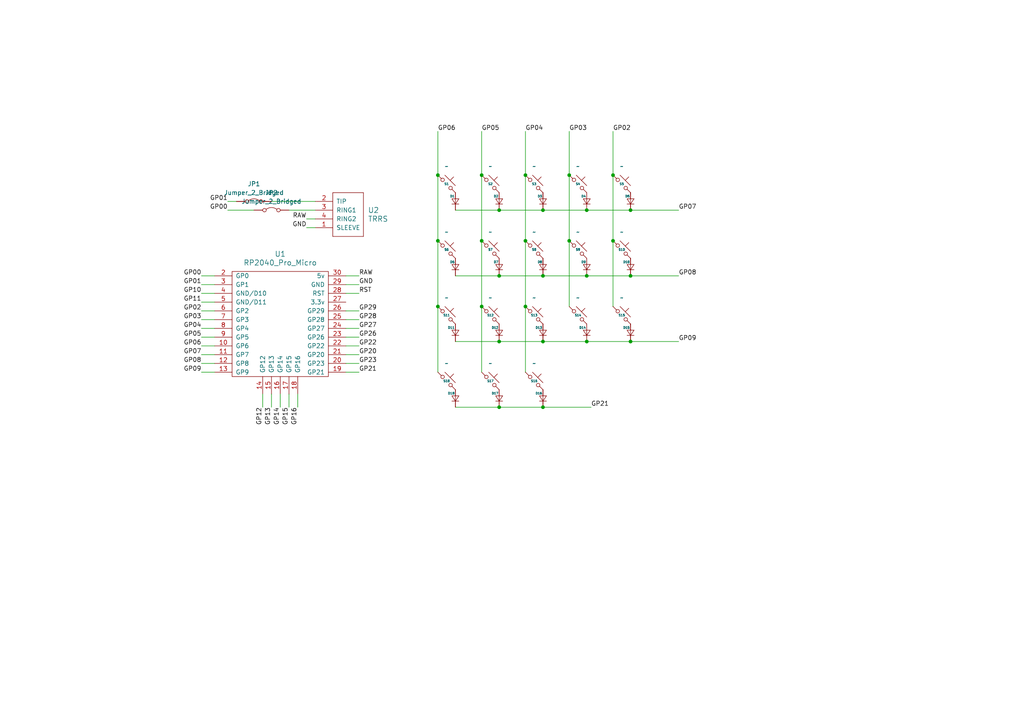
<source format=kicad_sch>
(kicad_sch (version 20250114) (generator "eeschema") (generator_version "9.0")
  (paper "A4")
  (lib_symbols
    (symbol "Jumper:Jumper_2_Bridged" (pin_numbers (hide yes)) (pin_names (offset 0) (hide yes))
      (property "Reference" "JP" (at 0 1.905 0))
      (property "Value" "Jumper_2_Bridged" (at 0 -2.54 0))
      (symbol "Jumper_2_Bridged_0_0"
        (circle (center -2.032 0) (radius 0.508))
        (circle (center 2.032 0) (radius 0.508))
      )
      (symbol "Jumper_2_Bridged_0_1"
        (arc (start -1.524 0.254) (mid 0 0.762) (end 1.524 0.254))
      )
      (symbol "Jumper_2_Bridged_1_1"
        (pin passive line (at -5.08 0 0) (length 2.54) (name "A") (number "1"))
        (pin passive line (at 5.08 0 180) (length 2.54) (name "B") (number "2"))
      )
    )
    (symbol "ScottoKeebs:MCU_RP2040_Pro_Micro" (pin_names (offset 1.016))
      (property "Reference" "U" (at 0 0 0))
      (property "Value" "RP2040_Pro_Micro" (at 0 -27.686 0))
      (symbol "MCU_RP2040_Pro_Micro_0_1"
        (rectangle (start -13.97 13.97) (end 13.97 -16.51))
      )
      (symbol "MCU_RP2040_Pro_Micro_1_1"
        (pin input line (at -19.05 12.7 0) (length 5.08) (name "GP0") (number "2"))
        (pin input line (at -19.05 10.16 0) (length 5.08) (name "GP1") (number "3"))
        (pin input line (at -19.05 7.62 0) (length 5.08) (name "GND/D10") (number "4"))
        (pin input line (at -19.05 5.08 0) (length 5.08) (name "GND/D11") (number "5"))
        (pin input line (at -19.05 2.54 0) (length 5.08) (name "GP2") (number "6"))
        (pin input line (at -19.05 0 0) (length 5.08) (name "GP3") (number "7"))
        (pin input line (at -19.05 -2.54 0) (length 5.08) (name "GP4") (number "8"))
        (pin input line (at -19.05 -5.08 0) (length 5.08) (name "GP5") (number "9"))
        (pin input line (at -19.05 -7.62 0) (length 5.08) (name "GP6") (number "10"))
        (pin input line (at -19.05 -10.16 0) (length 5.08) (name "GP7") (number "11"))
        (pin input line (at -19.05 -12.7 0) (length 5.08) (name "GP8") (number "12"))
        (pin input line (at -19.05 -15.24 0) (length 5.08) (name "GP9") (number "13"))
        (pin input line (at -5.08 -21.59 90) (length 5.08) (name "GP12") (number "14"))
        (pin input line (at -2.54 -21.59 90) (length 5.08) (name "GP13") (number "15"))
        (pin input line (at 0 -21.59 90) (length 5.08) (name "GP14") (number "16"))
        (pin input line (at 2.54 -21.59 90) (length 5.08) (name "GP15") (number "17"))
        (pin input line (at 5.08 -21.59 90) (length 5.08) (name "GP16") (number "18"))
        (pin input line (at 19.05 12.7 180) (length 5.08) (name "5v") (number "30"))
        (pin input line (at 19.05 10.16 180) (length 5.08) (name "GND") (number "29"))
        (pin input line (at 19.05 7.62 180) (length 5.08) (name "RST") (number "28"))
        (pin input line (at 19.05 5.08 180) (length 5.08) (name "3.3v") (number "27"))
        (pin input line (at 19.05 2.54 180) (length 5.08) (name "GP29") (number "26"))
        (pin input line (at 19.05 0 180) (length 5.08) (name "GP28") (number "25"))
        (pin input line (at 19.05 -2.54 180) (length 5.08) (name "GP27") (number "24"))
        (pin input line (at 19.05 -5.08 180) (length 5.08) (name "GP26") (number "23"))
        (pin input line (at 19.05 -7.62 180) (length 5.08) (name "GP22") (number "22"))
        (pin input line (at 19.05 -10.16 180) (length 5.08) (name "GP20") (number "21"))
        (pin input line (at 19.05 -12.7 180) (length 5.08) (name "GP23") (number "20"))
        (pin input line (at 19.05 -15.24 180) (length 5.08) (name "GP21") (number "19"))
      )
    )
    (symbol "ScottoKeebs:Placeholder_Diode" (pin_numbers (hide yes)) (pin_names (hide yes))
      (property "Reference" "D" (at -0.15 1.066 0))
      (symbol "Placeholder_Diode_0_1"
        (polyline (pts (xy 0 -0.762) (xy 0 0.762)))
      )
      (symbol "Placeholder_Diode_1_1"
        (polyline (pts (xy 1.016 0.762) (xy 0 -0.762) (xy -1.016 0.762) (xy 1.016 0.762)) (stroke (width 0.1524)))
        (polyline (pts (xy 1.016 -0.762) (xy -1.016 -0.762)) (stroke (width 0.1524)))
        (pin passive line (at 0 2.54 270) (length 1.778) (name "A") (number "2"))
        (pin passive line (at 0 -2.54 90) (length 1.778) (name "K") (number "1"))
      )
    )
    (symbol "ScottoKeebs:Placeholder_Keyswitch" (pin_numbers (hide yes)) (pin_names (offset 1.016) (hide yes))
      (property "Reference" "S" (at 0 0 0))
      (symbol "Placeholder_Keyswitch_0_1"
        (polyline (pts (xy -2.54 2.54) (xy -1.524 1.524) (xy -1.524 1.524)))
        (circle (center -1.1684 1.1684) (radius 0.508))
        (polyline (pts (xy -0.508 2.54) (xy 2.54 -0.508)))
        (polyline (pts (xy 1.016 1.016) (xy 2.032 2.032)))
        (circle (center 1.143 -1.1938) (radius 0.508))
        (polyline (pts (xy 1.524 -1.524) (xy 2.54 -2.54) (xy 2.54 -2.54) (xy 2.54 -2.54)))
        (pin passive line (at -2.54 2.54 0) (length 0) (name "1") (number "1"))
        (pin passive line (at 2.54 -2.54 180) (length 0) (name "2") (number "2"))
      )
    )
    (symbol "ScottoKeebs:Placeholder_TRRS" (pin_names (offset 1.016))
      (property "Reference" "U" (at 0 15.24 0))
      (property "Value" "TRRS" (at 0 -2.54 0))
      (symbol "Placeholder_TRRS_0_1"
        (rectangle (start -3.81 12.7) (end 5.08 12.7))
        (rectangle (start -3.81 0) (end -3.81 12.7))
        (rectangle (start -3.81 0) (end 5.08 0))
        (rectangle (start 5.08 12.7) (end 5.08 0))
      )
      (symbol "Placeholder_TRRS_1_1"
        (pin input line (at -8.89 10.16 0) (length 5.08) (name "TIP") (number "2"))
        (pin input line (at -8.89 7.62 0) (length 5.08) (name "RING1") (number "3"))
        (pin input line (at -8.89 5.08 0) (length 5.08) (name "RING2") (number "4"))
        (pin input line (at -8.89 2.54 0) (length 5.08) (name "SLEEVE") (number "1"))
      )
    )
  )
  (junction (at 157.48 118.11))
  (junction (at 152.4 88.9))
  (junction (at 177.8 69.85))
  (junction (at 127 88.9))
  (junction (at 144.78 80.01))
  (junction (at 165.1 69.85))
  (junction (at 152.4 69.85))
  (junction (at 139.7 50.8))
  (junction (at 139.7 88.9))
  (junction (at 182.88 80.01))
  (junction (at 152.4 50.8))
  (junction (at 157.48 99.06))
  (junction (at 165.1 50.8))
  (junction (at 170.18 99.06))
  (junction (at 170.18 60.96))
  (junction (at 127 50.8))
  (junction (at 157.48 80.01))
  (junction (at 157.48 60.96))
  (junction (at 182.88 60.96))
  (junction (at 177.8 50.8))
  (junction (at 144.78 60.96))
  (junction (at 144.78 118.11))
  (junction (at 144.78 99.06))
  (junction (at 139.7 69.85))
  (junction (at 182.88 99.06))
  (junction (at 170.18 80.01))
  (junction (at 127 69.85))
  (wire (pts (xy 62.23 87.63) (xy 58.42 87.63)))
  (wire (pts (xy 127 69.85) (xy 127 88.9)))
  (wire (pts (xy 144.78 99.06) (xy 157.48 99.06)))
  (wire (pts (xy 177.8 38.1) (xy 177.8 50.8)))
  (wire (pts (xy 182.88 99.06) (xy 196.85 99.06)))
  (wire (pts (xy 132.08 80.01) (xy 144.78 80.01)))
  (wire (pts (xy 144.78 60.96) (xy 157.48 60.96)))
  (wire (pts (xy 62.23 90.17) (xy 58.42 90.17)))
  (wire (pts (xy 66.04 58.42) (xy 68.58 58.42)))
  (wire (pts (xy 100.33 97.79) (xy 104.14 97.79)))
  (wire (pts (xy 152.4 50.8) (xy 152.4 69.85)))
  (wire (pts (xy 157.48 60.96) (xy 170.18 60.96)))
  (wire (pts (xy 62.23 107.95) (xy 58.42 107.95)))
  (wire (pts (xy 132.08 118.11) (xy 144.78 118.11)))
  (wire (pts (xy 170.18 60.96) (xy 182.88 60.96)))
  (wire (pts (xy 165.1 50.8) (xy 165.1 69.85)))
  (wire (pts (xy 177.8 50.8) (xy 177.8 69.85)))
  (wire (pts (xy 100.33 100.33) (xy 104.14 100.33)))
  (wire (pts (xy 86.36 114.3) (xy 86.36 118.11)))
  (wire (pts (xy 139.7 69.85) (xy 139.7 88.9)))
  (wire (pts (xy 170.18 80.01) (xy 182.88 80.01)))
  (wire (pts (xy 78.74 114.3) (xy 78.74 118.11)))
  (wire (pts (xy 100.33 102.87) (xy 104.14 102.87)))
  (wire (pts (xy 83.82 114.3) (xy 83.82 118.11)))
  (wire (pts (xy 76.2 114.3) (xy 76.2 118.11)))
  (wire (pts (xy 66.04 60.96) (xy 73.66 60.96)))
  (wire (pts (xy 62.23 95.25) (xy 58.42 95.25)))
  (wire (pts (xy 139.7 88.9) (xy 139.7 107.95)))
  (wire (pts (xy 152.4 88.9) (xy 152.4 107.95)))
  (wire (pts (xy 62.23 100.33) (xy 58.42 100.33)))
  (wire (pts (xy 81.28 114.3) (xy 81.28 118.11)))
  (wire (pts (xy 157.48 118.11) (xy 171.45 118.11)))
  (wire (pts (xy 100.33 85.09) (xy 104.14 85.09)))
  (wire (pts (xy 100.33 90.17) (xy 104.14 90.17)))
  (wire (pts (xy 127 38.1) (xy 127 50.8)))
  (wire (pts (xy 88.9 66.04) (xy 91.44 66.04)))
  (wire (pts (xy 157.48 99.06) (xy 170.18 99.06)))
  (wire (pts (xy 152.4 69.85) (xy 152.4 88.9)))
  (wire (pts (xy 182.88 60.96) (xy 196.85 60.96)))
  (wire (pts (xy 139.7 38.1) (xy 139.7 50.8)))
  (wire (pts (xy 170.18 99.06) (xy 182.88 99.06)))
  (wire (pts (xy 62.23 105.41) (xy 58.42 105.41)))
  (wire (pts (xy 132.08 99.06) (xy 144.78 99.06)))
  (wire (pts (xy 104.14 80.01) (xy 100.33 80.01)))
  (wire (pts (xy 62.23 85.09) (xy 58.42 85.09)))
  (wire (pts (xy 62.23 97.79) (xy 58.42 97.79)))
  (wire (pts (xy 165.1 69.85) (xy 165.1 88.9)))
  (wire (pts (xy 144.78 118.11) (xy 157.48 118.11)))
  (wire (pts (xy 100.33 105.41) (xy 104.14 105.41)))
  (wire (pts (xy 62.23 92.71) (xy 58.42 92.71)))
  (wire (pts (xy 62.23 102.87) (xy 58.42 102.87)))
  (wire (pts (xy 78.74 58.42) (xy 91.44 58.42)))
  (wire (pts (xy 88.9 63.5) (xy 91.44 63.5)))
  (wire (pts (xy 182.88 80.01) (xy 196.85 80.01)))
  (wire (pts (xy 83.82 60.96) (xy 91.44 60.96)))
  (wire (pts (xy 177.8 69.85) (xy 177.8 88.9)))
  (wire (pts (xy 100.33 95.25) (xy 104.14 95.25)))
  (wire (pts (xy 127 50.8) (xy 127 69.85)))
  (wire (pts (xy 62.23 80.01) (xy 58.42 80.01)))
  (wire (pts (xy 100.33 107.95) (xy 104.14 107.95)))
  (wire (pts (xy 144.78 80.01) (xy 157.48 80.01)))
  (wire (pts (xy 157.48 80.01) (xy 170.18 80.01)))
  (wire (pts (xy 152.4 38.1) (xy 152.4 50.8)))
  (wire (pts (xy 127 88.9) (xy 127 107.95)))
  (wire (pts (xy 165.1 38.1) (xy 165.1 50.8)))
  (wire (pts (xy 100.33 92.71) (xy 104.14 92.71)))
  (wire (pts (xy 100.33 82.55) (xy 104.14 82.55)))
  (wire (pts (xy 139.7 50.8) (xy 139.7 69.85)))
  (wire (pts (xy 132.08 60.96) (xy 144.78 60.96)))
  (wire (pts (xy 62.23 82.55) (xy 58.42 82.55)))
  (label "GP08" (at 58.42 105.41 180))
  (label "GP11" (at 58.42 87.63 180))
  (label "RAW" (at 88.9 63.5 180))
  (label "GP05" (at 58.42 97.79 180))
  (label "GP13" (at 78.74 118.11 270))
  (label "GP23" (at 104.14 105.41 0))
  (label "GP02" (at 177.8 38.1 0))
  (label "GP07" (at 196.85 60.96 0))
  (label "GP21" (at 104.14 107.95 0))
  (label "RAW" (at 104.14 80.01 0))
  (label "GP07" (at 58.42 102.87 180))
  (label "GP08" (at 196.85 80.01 0))
  (label "GP09" (at 196.85 99.06 0))
  (label "GP15" (at 83.82 118.11 270))
  (label "GP03" (at 165.1 38.1 0))
  (label "GP20" (at 104.14 102.87 0))
  (label "GP05" (at 139.7 38.1 0))
  (label "GP02" (at 58.42 90.17 180))
  (label "GP10" (at 58.42 85.09 180))
  (label "GP03" (at 58.42 92.71 180))
  (label "GP01" (at 66.04 58.42 180))
  (label "GP01" (at 58.42 82.55 180))
  (label "GP06" (at 58.42 100.33 180))
  (label "RST" (at 104.14 85.09 0))
  (label "GND" (at 104.14 82.55 0))
  (label "GP09" (at 58.42 107.95 180))
  (label "GND" (at 88.9 66.04 180))
  (label "GP26" (at 104.14 97.79 0))
  (label "GP12" (at 76.2 118.11 270))
  (label "GP04" (at 58.42 95.25 180))
  (label "GP16" (at 86.36 118.11 270))
  (label "GP06" (at 127 38.1 0))
  (label "GP29" (at 104.14 90.17 0))
  (label "GP27" (at 104.14 95.25 0))
  (label "GP21" (at 171.45 118.11 0))
  (label "GP14" (at 81.28 118.11 270))
  (label "GP00" (at 58.42 80.01 180))
  (label "GP28" (at 104.14 92.71 0))
  (label "GP00" (at 66.04 60.96 180))
  (label "GP22" (at 104.14 100.33 0))
  (label "GP04" (at 152.4 38.1 0))
  (symbol (lib_id "Jumper:Jumper_2_Bridged") (at 78.74 60.96 0) (unit 1)
    (property "Reference" "JP2" (at 78.74 55.88 0))
    (property "Value" "Jumper_2_Bridged" (at 78.74 58.42 0))
    (property "Footprint" "ScottoKeebs_Components:SolderJumper-2_P1.3mm_Bridged_Pad1.0x1.5mm-tighter_courtyard" (effects (hide yes)))
    (property "Description" "Jumper, 2-pole, closed/bridged" (effects (hide yes)))
  )
  (symbol (lib_id "ScottoKeebs:Placeholder_Diode") (at 144.78 58.42 0) (unit 1)
    (property "Reference" "D2" (at 144.63 57.354 0) (effects (font (size 0.635 0.635) (thickness 0.127) (bold yes)) (justify right bottom)))
    (property "Footprint" "ScottoKeebs_Components:Diode_DO-35" (effects (hide yes)))
  )
  (symbol (lib_id "ScottoKeebs:Placeholder_Keyswitch") (at 154.94 53.34 0) (unit 1)
    (property "Reference" "S3" (at 154.94 53.34 0) (effects (font (size 0.635 0.635) (thickness 0.127) (bold yes))))
    (property "Value" "~" (at 154.94 48.26 0))
    (property "Footprint" "ScottoKeebs_Scotto:Choc_Hotswap_1.00u" (effects (hide yes)))
  )
  (symbol (lib_id "ScottoKeebs:Placeholder_Keyswitch") (at 154.94 91.44 0) (unit 1)
    (property "Reference" "S13" (at 154.94 91.44 0) (effects (font (size 0.635 0.635) (thickness 0.127) (bold yes))))
    (property "Value" "~" (at 154.94 86.36 0))
    (property "Footprint" "ScottoKeebs_Scotto:Choc_Hotswap_1.00u" (effects (hide yes)))
  )
  (symbol (lib_id "ScottoKeebs:Placeholder_Keyswitch") (at 142.24 110.49 0) (unit 1)
    (property "Reference" "S17" (at 142.24 110.49 0) (effects (font (size 0.635 0.635) (thickness 0.127) (bold yes))))
    (property "Value" "~" (at 142.24 105.41 0))
    (property "Footprint" "ScottoKeebs_Scotto:Choc_Hotswap_1.00u" (effects (hide yes)))
  )
  (symbol (lib_id "ScottoKeebs:Placeholder_Diode") (at 170.18 96.52 0) (unit 1)
    (property "Reference" "D14" (at 170.03 95.454 0) (effects (font (size 0.635 0.635) (thickness 0.127) (bold yes)) (justify right bottom)))
    (property "Footprint" "ScottoKeebs_Components:Diode_DO-35" (effects (hide yes)))
  )
  (symbol (lib_id "ScottoKeebs:Placeholder_Diode") (at 157.48 115.57 0) (unit 1)
    (property "Reference" "D16" (at 157.33 114.504 0) (effects (font (size 0.635 0.635) (thickness 0.127) (bold yes)) (justify right bottom)))
    (property "Footprint" "ScottoKeebs_Components:Diode_DO-35" (effects (hide yes)))
  )
  (symbol (lib_id "ScottoKeebs:Placeholder_Diode") (at 132.08 77.47 0) (unit 1)
    (property "Reference" "D6" (at 131.93 76.404 0) (effects (font (size 0.635 0.635) (thickness 0.127) (bold yes)) (justify right bottom)))
    (property "Footprint" "ScottoKeebs_Components:Diode_DO-35" (effects (hide yes)))
  )
  (symbol (lib_id "ScottoKeebs:Placeholder_Keyswitch") (at 142.24 72.39 0) (unit 1)
    (property "Reference" "S7" (at 142.24 72.39 0) (effects (font (size 0.635 0.635) (thickness 0.127) (bold yes))))
    (property "Value" "~" (at 142.24 67.31 0))
    (property "Footprint" "ScottoKeebs_Scotto:Choc_Hotswap_1.00u" (effects (hide yes)))
  )
  (symbol (lib_id "ScottoKeebs:MCU_RP2040_Pro_Micro") (at 81.28 92.71 0) (unit 1)
    (property "Reference" "U1" (at 81.28 73.66 0) (effects (font (size 1.524 1.524))))
    (property "Value" "RP2040_Pro_Micro" (at 81.28 76.2 0) (effects (font (size 1.524 1.524))))
    (property "Footprint" "ScottoKeebs_MCU:RP2040_Pro_Micro" (effects (hide yes)))
  )
  (symbol (lib_id "ScottoKeebs:Placeholder_Diode") (at 182.88 58.42 0) (unit 1)
    (property "Reference" "D5" (at 182.73 57.354 0) (effects (font (size 0.635 0.635) (thickness 0.127) (bold yes)) (justify right bottom)))
    (property "Footprint" "ScottoKeebs_Components:Diode_DO-35" (effects (hide yes)))
  )
  (symbol (lib_id "ScottoKeebs:Placeholder_Diode") (at 170.18 58.42 0) (unit 1)
    (property "Reference" "D4" (at 170.03 57.354 0) (effects (font (size 0.635 0.635) (thickness 0.127) (bold yes)) (justify right bottom)))
    (property "Footprint" "ScottoKeebs_Components:Diode_DO-35" (effects (hide yes)))
  )
  (symbol (lib_id "ScottoKeebs:Placeholder_Keyswitch") (at 129.54 72.39 0) (unit 1)
    (property "Reference" "S6" (at 129.54 72.39 0) (effects (font (size 0.635 0.635) (thickness 0.127) (bold yes))))
    (property "Value" "~" (at 129.54 67.31 0))
    (property "Footprint" "ScottoKeebs_Scotto:Choc_Hotswap_1.00u" (effects (hide yes)))
  )
  (symbol (lib_id "ScottoKeebs:Placeholder_Keyswitch") (at 142.24 91.44 0) (unit 1)
    (property "Reference" "S12" (at 142.24 91.44 0) (effects (font (size 0.635 0.635) (thickness 0.127) (bold yes))))
    (property "Value" "~" (at 142.24 86.36 0))
    (property "Footprint" "ScottoKeebs_Scotto:Choc_Hotswap_1.00u" (effects (hide yes)))
  )
  (symbol (lib_id "ScottoKeebs:Placeholder_Diode") (at 157.48 96.52 0) (unit 1)
    (property "Reference" "D13" (at 157.33 95.454 0) (effects (font (size 0.635 0.635) (thickness 0.127) (bold yes)) (justify right bottom)))
    (property "Footprint" "ScottoKeebs_Components:Diode_DO-35" (effects (hide yes)))
  )
  (symbol (lib_id "Jumper:Jumper_2_Bridged") (at 73.66 58.42 0) (unit 1)
    (property "Reference" "JP1" (at 73.66 53.34 0))
    (property "Value" "Jumper_2_Bridged" (at 73.66 55.88 0))
    (property "Footprint" "ScottoKeebs_Components:SolderJumper-2_P1.3mm_Bridged_Pad1.0x1.5mm-tighter_courtyard" (effects (hide yes)))
    (property "Description" "Jumper, 2-pole, closed/bridged" (effects (hide yes)))
  )
  (symbol (lib_id "ScottoKeebs:Placeholder_Keyswitch") (at 167.64 53.34 0) (unit 1)
    (property "Reference" "S4" (at 167.64 53.34 0) (effects (font (size 0.635 0.635) (thickness 0.127) (bold yes))))
    (property "Value" "~" (at 167.64 48.26 0))
    (property "Footprint" "ScottoKeebs_Scotto:Choc_Hotswap_1.00u" (effects (hide yes)))
  )
  (symbol (lib_id "ScottoKeebs:Placeholder_Keyswitch") (at 142.24 53.34 0) (unit 1)
    (property "Reference" "S2" (at 142.24 53.34 0) (effects (font (size 0.635 0.635) (thickness 0.127) (bold yes))))
    (property "Value" "~" (at 142.24 48.26 0))
    (property "Footprint" "ScottoKeebs_Scotto:Choc_Hotswap_1.00u" (effects (hide yes)))
  )
  (symbol (lib_id "ScottoKeebs:Placeholder_Diode") (at 144.78 96.52 0) (unit 1)
    (property "Reference" "D12" (at 144.63 95.454 0) (effects (font (size 0.635 0.635) (thickness 0.127) (bold yes)) (justify right bottom)))
    (property "Footprint" "ScottoKeebs_Components:Diode_DO-35" (effects (hide yes)))
  )
  (symbol (lib_id "ScottoKeebs:Placeholder_Diode") (at 157.48 58.42 0) (unit 1)
    (property "Reference" "D3" (at 157.33 57.354 0) (effects (font (size 0.635 0.635) (thickness 0.127) (bold yes)) (justify right bottom)))
    (property "Footprint" "ScottoKeebs_Components:Diode_DO-35" (effects (hide yes)))
  )
  (symbol (lib_id "ScottoKeebs:Placeholder_Keyswitch") (at 154.94 72.39 0) (unit 1)
    (property "Reference" "S8" (at 154.94 72.39 0) (effects (font (size 0.635 0.635) (thickness 0.127) (bold yes))))
    (property "Value" "~" (at 154.94 67.31 0))
    (property "Footprint" "ScottoKeebs_Scotto:Choc_Hotswap_1.00u" (effects (hide yes)))
  )
  (symbol (lib_id "ScottoKeebs:Placeholder_Diode") (at 182.88 96.52 0) (unit 1)
    (property "Reference" "D15" (at 182.73 95.454 0) (effects (font (size 0.635 0.635) (thickness 0.127) (bold yes)) (justify right bottom)))
    (property "Footprint" "ScottoKeebs_Components:Diode_DO-35" (effects (hide yes)))
  )
  (symbol (lib_id "ScottoKeebs:Placeholder_Diode") (at 132.08 115.57 0) (unit 1)
    (property "Reference" "D18" (at 131.93 114.504 0) (effects (font (size 0.635 0.635) (thickness 0.127) (bold yes)) (justify right bottom)))
    (property "Footprint" "ScottoKeebs_Components:Diode_DO-35" (effects (hide yes)))
  )
  (symbol (lib_id "ScottoKeebs:Placeholder_Diode") (at 144.78 77.47 0) (unit 1)
    (property "Reference" "D7" (at 144.63 76.404 0) (effects (font (size 0.635 0.635) (thickness 0.127) (bold yes)) (justify right bottom)))
    (property "Footprint" "ScottoKeebs_Components:Diode_DO-35" (effects (hide yes)))
  )
  (symbol (lib_id "ScottoKeebs:Placeholder_Diode") (at 157.48 77.47 0) (unit 1)
    (property "Reference" "D8" (at 157.33 76.404 0) (effects (font (size 0.635 0.635) (thickness 0.127) (bold yes)) (justify right bottom)))
    (property "Footprint" "ScottoKeebs_Components:Diode_DO-35" (effects (hide yes)))
  )
  (symbol (lib_id "ScottoKeebs:Placeholder_Keyswitch") (at 180.34 72.39 0) (unit 1)
    (property "Reference" "S10" (at 180.34 72.39 0) (effects (font (size 0.635 0.635) (thickness 0.127) (bold yes))))
    (property "Value" "~" (at 180.34 67.31 0))
    (property "Footprint" "ScottoKeebs_Scotto:Choc_Hotswap_1.00u" (effects (hide yes)))
  )
  (symbol (lib_id "ScottoKeebs:Placeholder_Keyswitch") (at 129.54 110.49 0) (unit 1)
    (property "Reference" "S18" (at 129.54 110.49 0) (effects (font (size 0.635 0.635) (thickness 0.127) (bold yes))))
    (property "Value" "~" (at 129.54 105.41 0))
    (property "Footprint" "ScottoKeebs_Scotto:Choc_Hotswap_1.00u" (effects (hide yes)))
  )
  (symbol (lib_id "ScottoKeebs:Placeholder_Diode") (at 132.08 96.52 0) (unit 1)
    (property "Reference" "D11" (at 131.93 95.454 0) (effects (font (size 0.635 0.635) (thickness 0.127) (bold yes)) (justify right bottom)))
    (property "Footprint" "ScottoKeebs_Components:Diode_DO-35" (effects (hide yes)))
  )
  (symbol (lib_id "ScottoKeebs:Placeholder_Keyswitch") (at 129.54 53.34 0) (unit 1)
    (property "Reference" "S1" (at 129.54 53.34 0) (effects (font (size 0.635 0.635) (thickness 0.127) (bold yes))))
    (property "Value" "~" (at 129.54 48.26 0))
    (property "Footprint" "ScottoKeebs_Scotto:Choc_Hotswap_1.00u" (effects (hide yes)))
  )
  (symbol (lib_id "ScottoKeebs:Placeholder_Keyswitch") (at 154.94 110.49 0) (unit 1)
    (property "Reference" "S16" (at 154.94 110.49 0) (effects (font (size 0.635 0.635) (thickness 0.127) (bold yes))))
    (property "Value" "~" (at 154.94 105.41 0))
    (property "Footprint" "ScottoKeebs_Scotto:Choc_Hotswap_1.00u" (effects (hide yes)))
  )
  (symbol (lib_id "ScottoKeebs:Placeholder_Keyswitch") (at 129.54 91.44 0) (unit 1)
    (property "Reference" "S11" (at 129.54 91.44 0) (effects (font (size 0.635 0.635) (thickness 0.127) (bold yes))))
    (property "Value" "~" (at 129.54 86.36 0))
    (property "Footprint" "ScottoKeebs_Scotto:Choc_Hotswap_1.00u" (effects (hide yes)))
  )
  (symbol (lib_id "ScottoKeebs:Placeholder_Keyswitch") (at 180.34 91.44 0) (unit 1)
    (property "Reference" "S15" (at 180.34 91.44 0) (effects (font (size 0.635 0.635) (thickness 0.127) (bold yes))))
    (property "Value" "~" (at 180.34 86.36 0))
    (property "Footprint" "ScottoKeebs_Scotto:Choc_Hotswap_1.00u" (effects (hide yes)))
  )
  (symbol (lib_id "ScottoKeebs:Placeholder_Keyswitch") (at 167.64 91.44 0) (unit 1)
    (property "Reference" "S14" (at 167.64 91.44 0) (effects (font (size 0.635 0.635) (thickness 0.127) (bold yes))))
    (property "Value" "~" (at 167.64 86.36 0))
    (property "Footprint" "ScottoKeebs_Scotto:Choc_Hotswap_1.00u" (effects (hide yes)))
  )
  (symbol (lib_id "ScottoKeebs:Placeholder_TRRS") (at 100.33 68.58 0) (unit 1)
    (property "Reference" "U2" (at 106.68 60.9599 0) (effects (font (size 1.524 1.524)) (justify left)))
    (property "Value" "TRRS" (at 106.68 63.4999 0) (effects (font (size 1.524 1.524)) (justify left)))
    (property "Footprint" "ScottoKeebs_Components:TRRS_PJ-320A" (effects (hide yes)))
  )
  (symbol (lib_id "ScottoKeebs:Placeholder_Diode") (at 182.88 77.47 0) (unit 1)
    (property "Reference" "D10" (at 182.73 76.404 0) (effects (font (size 0.635 0.635) (thickness 0.127) (bold yes)) (justify right bottom)))
    (property "Footprint" "ScottoKeebs_Components:Diode_DO-35" (effects (hide yes)))
  )
  (symbol (lib_id "ScottoKeebs:Placeholder_Diode") (at 144.78 115.57 0) (unit 1)
    (property "Reference" "D17" (at 144.63 114.504 0) (effects (font (size 0.635 0.635) (thickness 0.127) (bold yes)) (justify right bottom)))
    (property "Footprint" "ScottoKeebs_Components:Diode_DO-35" (effects (hide yes)))
  )
  (symbol (lib_id "ScottoKeebs:Placeholder_Keyswitch") (at 167.64 72.39 0) (unit 1)
    (property "Reference" "S9" (at 167.64 72.39 0) (effects (font (size 0.635 0.635) (thickness 0.127) (bold yes))))
    (property "Value" "~" (at 167.64 67.31 0))
    (property "Footprint" "ScottoKeebs_Scotto:Choc_Hotswap_1.00u" (effects (hide yes)))
  )
  (symbol (lib_id "ScottoKeebs:Placeholder_Diode") (at 132.08 58.42 0) (unit 1)
    (property "Reference" "D1" (at 131.93 57.354 0) (effects (font (size 0.635 0.635) (thickness 0.127) (bold yes)) (justify right bottom)))
    (property "Footprint" "ScottoKeebs_Components:Diode_DO-35" (effects (hide yes)))
  )
  (symbol (lib_id "ScottoKeebs:Placeholder_Keyswitch") (at 180.34 53.34 0) (unit 1)
    (property "Reference" "S5" (at 180.34 53.34 0) (effects (font (size 0.635 0.635) (thickness 0.127) (bold yes))))
    (property "Value" "~" (at 180.34 48.26 0))
    (property "Footprint" "ScottoKeebs_Scotto:Choc_Hotswap_1.00u" (effects (hide yes)))
  )
  (symbol (lib_id "ScottoKeebs:Placeholder_Diode") (at 170.18 77.47 0) (unit 1)
    (property "Reference" "D9" (at 170.03 76.404 0) (effects (font (size 0.635 0.635) (thickness 0.127) (bold yes)) (justify right bottom)))
    (property "Footprint" "ScottoKeebs_Components:Diode_DO-35" (effects (hide yes)))
  )
)
</source>
